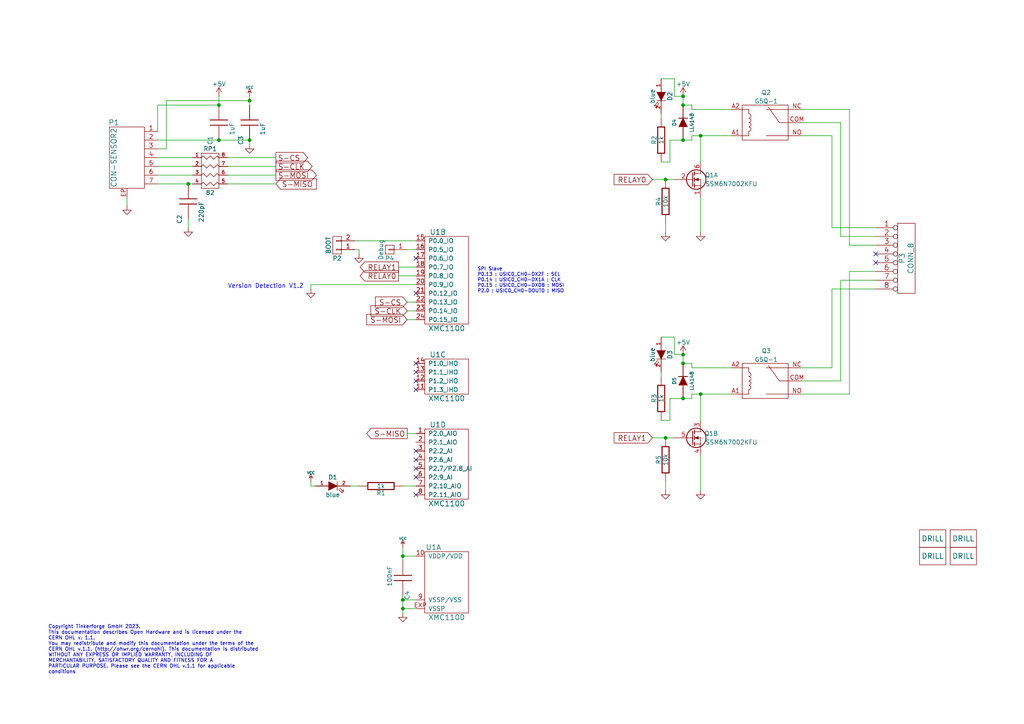
<source format=kicad_sch>
(kicad_sch (version 20211123) (generator eeschema)
  (paper "A4")
  (title_block (title "Industrial Dual Relay") (date "2023-01-24") (rev "1.2") (company "Tinkerforge GmbH") (comment 1 "Licensed under CERN OHL v.1.1") (comment 2 "Copyright (©) 2023, B.Nordmeyer <bastian@tinkerforge.com>"))
  (lib_symbols
    (symbol "tinkerforge:+5V" (power) (pin_names (offset 0))
      (property "Value" "+5V" (at 0 3.556 0))
      (symbol "+5V_0_1"
        (polyline (pts (xy -0.762 1.27) (xy 0 2.54)))
        (polyline (pts (xy 0 0) (xy 0 2.54)))
        (polyline (pts (xy 0 2.54) (xy 0.762 1.27)))
      )
      (symbol "+5V_1_1"
        (pin power_in line (at 0 0 90) (length 0) hide (name "+5V") (number "1"))
      )
    )
    (symbol "tinkerforge:C" (pin_numbers hide) (pin_names (offset 0.254))
      (property "Reference" "C" (at 1.27 2.54 0))
      (property "Value" "C" (at 1.27 -2.54 0))
      (symbol "C_0_1"
        (polyline (pts (xy -2.54 -0.762) (xy 2.54 -0.762)) (stroke (width 0.254)))
        (polyline (pts (xy -2.54 0.762) (xy 2.54 0.762)) (stroke (width 0.254)))
      )
      (symbol "C_1_1"
        (pin passive line (at 0 5.08 270) (length 4.318) (name "~") (number "1"))
        (pin passive line (at 0 -5.08 90) (length 4.318) (name "~") (number "2"))
      )
    )
    (symbol "tinkerforge:CON-SENSOR2" (pin_names (offset 1.016))
      (property "Reference" "P" (at -3.81 10.16 0))
      (property "Value" "CON-SENSOR2" (at 3.81 0 90))
      (symbol "CON-SENSOR2_0_1"
        (rectangle (start -5.08 8.89) (end 5.08 -8.89))
      )
      (symbol "CON-SENSOR2_1_1"
        (pin passive line (at -8.89 7.62 0) (length 3.81) (name "~") (number "1"))
        (pin passive line (at -8.89 5.08 0) (length 3.81) (name "~") (number "2"))
        (pin passive line (at -8.89 2.54 0) (length 3.81) (name "~") (number "3"))
        (pin passive line (at -8.89 0 0) (length 3.81) (name "~") (number "4"))
        (pin passive line (at -8.89 -2.54 0) (length 3.81) (name "~") (number "5"))
        (pin passive line (at -8.89 -5.08 0) (length 3.81) (name "~") (number "6"))
        (pin passive line (at -8.89 -7.62 0) (length 3.81) (name "~") (number "7"))
        (pin passive line (at 0 -11.43 90) (length 2.54) (name "~") (number "EP"))
      )
    )
    (symbol "tinkerforge:CONN_01X01" (pin_names (offset 1.016) hide)
      (property "Reference" "P" (at 0 2.54 0))
      (property "Value" "CONN_01X01" (at 2.54 0 90))
      (symbol "CONN_01X01_0_1"
        (rectangle (start -1.27 0.127) (end 0.254 -0.127))
        (rectangle (start -1.27 1.27) (end 1.27 -1.27))
      )
      (symbol "CONN_01X01_1_1"
        (pin passive line (at -5.08 0 0) (length 3.81) (name "P1") (number "1"))
      )
    )
    (symbol "tinkerforge:CONN_01X02" (pin_names (offset 1.016) hide)
      (property "Reference" "P" (at 0 3.81 0))
      (property "Value" "CONN_01X02" (at 2.54 0 90))
      (symbol "CONN_01X02_0_1"
        (rectangle (start -1.27 -1.143) (end 0.254 -1.397))
        (rectangle (start -1.27 1.397) (end 0.254 1.143))
        (rectangle (start -1.27 2.54) (end 1.27 -2.54))
      )
      (symbol "CONN_01X02_1_1"
        (pin passive line (at -5.08 1.27 0) (length 3.81) (name "P1") (number "1"))
        (pin passive line (at -5.08 -1.27 0) (length 3.81) (name "P2") (number "2"))
      )
    )
    (symbol "tinkerforge:CONN_8" (pin_names (offset 0.762) hide)
      (property "Reference" "P" (at -1.27 0 90))
      (property "Value" "CONN_8" (at 1.27 0 90))
      (symbol "CONN_8_0_1"
        (rectangle (start -2.54 10.16) (end 2.54 -10.16))
      )
      (symbol "CONN_8_1_1"
        (pin passive inverted (at -8.89 8.89 0) (length 6.35) (name "1") (number "1"))
        (pin passive inverted (at -8.89 6.35 0) (length 6.35) (name "2") (number "2"))
        (pin passive inverted (at -8.89 3.81 0) (length 6.35) (name "3") (number "3"))
        (pin passive inverted (at -8.89 1.27 0) (length 6.35) (name "4") (number "4"))
        (pin passive inverted (at -8.89 -1.27 0) (length 6.35) (name "5") (number "5"))
        (pin passive inverted (at -8.89 -3.81 0) (length 6.35) (name "6") (number "6"))
        (pin passive inverted (at -8.89 -6.35 0) (length 6.35) (name "~") (number "7"))
        (pin passive inverted (at -8.89 -8.89 0) (length 6.35) (name "~") (number "8"))
      )
    )
    (symbol "tinkerforge:DIODE" (pin_numbers hide) (pin_names (offset 1.016) hide)
      (property "Reference" "D" (at 0 2.54 0))
      (property "Value" "DIODE" (at 0 -2.54 0))
      (symbol "DIODE_0_1"
        (polyline (pts (xy 1.27 1.27) (xy 1.27 -1.27)) (stroke (width 0.254)))
        (polyline (pts (xy -1.27 1.27) (xy 1.27 0) (xy -1.27 -1.27)) (fill (type outline)))
      )
      (symbol "DIODE_1_1"
        (pin passive line (at -5.08 0 0) (length 3.81) (name "A") (number "1"))
        (pin passive line (at 5.08 0 180) (length 3.81) (name "K") (number "2"))
      )
    )
    (symbol "tinkerforge:DRILL" (pin_numbers hide) (pin_names (offset 0) hide)
      (property "Value" "DRILL" (at 0 0 0))
      (symbol "DRILL_0_1"
        (rectangle (start -3.81 2.54) (end 3.81 -2.54))
      )
    )
    (symbol "tinkerforge:DUAL_MOSFET_N_CH" (pin_names (offset 0) hide)
      (property "Reference" "Q" (at 7.62 1.27 0))
      (property "Value" "DUAL_MOSFET_N_CH" (at 22.86 -1.27 0))
      (symbol "DUAL_MOSFET_N_CH_0_1"
        (polyline (pts (xy 0.762 -1.778) (xy 2.54 -1.778)))
        (polyline (pts (xy 0.762 -1.27) (xy 0.762 -2.286)) (stroke (width 0.254)))
        (polyline (pts (xy 0.762 0) (xy 2.54 0)))
        (polyline (pts (xy 0.762 0.508) (xy 0.762 -0.508)) (stroke (width 0.254)))
        (polyline (pts (xy 0.762 1.778) (xy 2.54 1.778)))
        (polyline (pts (xy 0.762 2.286) (xy 0.762 1.27)) (stroke (width 0.254)))
        (polyline (pts (xy 2.54 -1.778) (xy 2.54 -2.54)))
        (polyline (pts (xy 2.54 -1.778) (xy 2.54 0)))
        (polyline (pts (xy 2.54 2.54) (xy 2.54 1.778)))
        (polyline (pts (xy 0.254 1.905) (xy 0.254 -1.905) (xy 0.254 -1.905)) (stroke (width 0.254)))
        (polyline (pts (xy 0.889 0) (xy 1.905 0.381) (xy 1.905 -0.381) (xy 0.889 0)) (fill (type outline)))
        (circle (center 1.27 0) (radius 2.8194) (stroke (width 0.254)))
      )
      (symbol "DUAL_MOSFET_N_CH_1_1"
        (pin passive line (at 2.54 -5.08 90) (length 2.54) (name "S1") (number "1"))
        (pin input line (at -5.08 0 0) (length 5.334) (name "G1") (number "2"))
        (pin passive line (at 2.54 5.08 270) (length 2.54) (name "D1") (number "6"))
      )
      (symbol "DUAL_MOSFET_N_CH_2_1"
        (pin passive line (at 2.54 5.08 270) (length 2.54) (name "D2") (number "3"))
        (pin passive line (at 2.54 -5.08 90) (length 2.54) (name "S2") (number "4"))
        (pin input line (at -5.08 0 0) (length 5.334) (name "G2") (number "5"))
      )
    )
    (symbol "tinkerforge:G5Q-1"
      (property "Reference" "Q" (at -0.635 6.35 0))
      (property "Value" "G5Q-1" (at 0 0.635 0))
      (symbol "G5Q-1_0_1"
        (rectangle (start -6.985 5.08) (end 6.35 -5.08) (stroke (width 0.1524)))
        (arc (start -5.0214 -2.54) (mid -4.4423 -1.905) (end -5.0214 -1.27) (stroke (width 0.1524)))
        (arc (start -5.0214 -1.27) (mid -4.4423 -0.635) (end -5.0214 0) (stroke (width 0.1524)))
        (arc (start -5.0214 0) (mid -4.4423 0.635) (end -5.0214 1.27) (stroke (width 0.1524)))
        (arc (start -5.0214 1.27) (mid -4.4423 1.905) (end -5.0214 2.54) (stroke (width 0.1524)))
        (polyline (pts (xy -7.62 -3.81) (xy -5.08 -3.81)) (stroke (width 0.1524)))
        (polyline (pts (xy -7.62 3.81) (xy -5.08 3.81)) (stroke (width 0.1524)))
        (polyline (pts (xy -5.08 -3.81) (xy -5.08 -2.54)) (stroke (width 0.1524)))
        (polyline (pts (xy -5.08 3.81) (xy -5.08 2.54)) (stroke (width 0.1524)))
        (polyline (pts (xy -5.08 3.81) (xy -5.08 3.81)) (stroke (width 0.1524)))
        (polyline (pts (xy 7.62 -3.81) (xy 0 -3.81)) (stroke (width 0.1524)))
        (polyline (pts (xy 7.62 3.81) (xy 0 3.81)) (stroke (width 0.1524)))
        (polyline (pts (xy 7.62 0) (xy 3.81 0) (xy 0.635 -4.445)) (stroke (width 0.1524)))
      )
      (symbol "G5Q-1_1_1"
        (pin input line (at -10.16 3.81 0) (length 2.54) (name "") (number "A1"))
        (pin input line (at -10.16 -3.81 0) (length 2.54) (name "") (number "A2"))
        (pin input line (at 10.16 0 180) (length 2.54) (name "") (number "COM"))
        (pin input line (at 10.16 -3.81 180) (length 2.54) (name "") (number "NC"))
        (pin input line (at 10.16 3.81 180) (length 2.54) (name "") (number "NO"))
      )
    )
    (symbol "tinkerforge:GND" (power) (pin_names (offset 0))
      (property "Value" "GND" (at 0 -5.08 0))
      (symbol "GND_0_1"
        (polyline (pts (xy 0 0) (xy 0 -1.27) (xy 1.27 -1.27) (xy 0 -2.54) (xy -1.27 -1.27) (xy 0 -1.27)))
      )
      (symbol "GND_1_1"
        (pin power_in line (at 0 0 270) (length 0) hide (name "GND") (number "1"))
      )
    )
    (symbol "tinkerforge:LED" (pin_names (offset 1.016) hide)
      (property "Reference" "D" (at 0 2.54 0))
      (property "Value" "LED" (at 0 -2.54 0))
      (symbol "LED_0_1"
        (polyline (pts (xy 1.27 1.27) (xy 1.27 -1.27)))
        (polyline (pts (xy -1.27 1.27) (xy 1.27 0) (xy -1.27 -1.27)) (fill (type outline)))
        (polyline (pts (xy 1.651 -1.016) (xy 2.794 -2.032) (xy 2.667 -1.397)))
        (polyline (pts (xy 2.032 -0.635) (xy 3.175 -1.651) (xy 3.048 -1.016)))
      )
      (symbol "LED_1_1"
        (pin passive line (at -5.08 0 0) (length 3.81) (name "A") (number "1"))
        (pin passive line (at 5.08 0 180) (length 3.81) (name "K") (number "2"))
      )
    )
    (symbol "tinkerforge:R" (pin_numbers hide) (pin_names (offset 0))
      (property "Reference" "R" (at 2.032 0 90))
      (property "Value" "R" (at 0 0 90))
      (symbol "R_0_1"
        (rectangle (start -1.016 3.81) (end 1.016 -3.81) (stroke (width 0.3048)))
      )
      (symbol "R_1_1"
        (pin passive line (at 0 6.35 270) (length 2.54) (name "~") (number "1"))
        (pin passive line (at 0 -6.35 90) (length 2.54) (name "~") (number "2"))
      )
    )
    (symbol "tinkerforge:R_PACK4" (pin_names hide)
      (property "Reference" "RP" (at 0 11.43 0))
      (property "Value" "R_PACK4" (at 0 -1.27 0))
      (symbol "R_PACK4_0_1"
        (polyline (pts (xy -2.54 10.16) (xy -2.54 0) (xy 2.54 0) (xy 2.54 10.16) (xy -2.54 10.16)))
        (polyline (pts (xy -2.54 1.27) (xy -2.032 1.778) (xy -1.016 0.762) (xy 0 1.778) (xy 1.016 0.762) (xy 2.032 1.778) (xy 2.54 1.27)))
        (polyline (pts (xy -2.54 3.81) (xy -2.032 4.318) (xy -1.016 3.302) (xy 0 4.318) (xy 1.016 3.302) (xy 2.032 4.318) (xy 2.54 3.81)))
        (polyline (pts (xy -2.54 6.35) (xy -2.032 6.858) (xy -1.016 5.842) (xy 0 6.858) (xy 1.016 5.842) (xy 2.032 6.858) (xy 2.54 6.35)))
        (polyline (pts (xy -2.54 8.89) (xy -2.032 9.398) (xy -1.016 8.382) (xy 0 9.398) (xy 1.016 8.382) (xy 2.032 9.398) (xy 2.54 8.89)))
      )
      (symbol "R_PACK4_1_1"
        (pin passive line (at -5.08 8.89 0) (length 2.54) (name "P1") (number "1"))
        (pin passive line (at -5.08 6.35 0) (length 2.54) (name "P2") (number "2"))
        (pin passive line (at -5.08 3.81 0) (length 2.54) (name "P3") (number "3"))
        (pin passive line (at -5.08 1.27 0) (length 2.54) (name "P4") (number "4"))
        (pin passive line (at 5.08 1.27 180) (length 2.54) (name "R4") (number "5"))
        (pin passive line (at 5.08 3.81 180) (length 2.54) (name "R3") (number "6"))
        (pin passive line (at 5.08 6.35 180) (length 2.54) (name "R2") (number "7"))
        (pin passive line (at 5.08 8.89 180) (length 2.54) (name "R1") (number "8"))
      )
    )
    (symbol "tinkerforge:VCC" (power) (pin_names (offset 0))
      (property "Value" "VCC" (at 0 3.175 0))
      (symbol "VCC_0_0"
        (pin power_in line (at 0 0 90) (length 0) hide (name "VCC") (number "1"))
      )
      (symbol "VCC_0_1"
        (polyline (pts (xy 0 1.524) (xy 0 0)))
        (polyline (pts (xy 0 1.524) (xy 0.508 1.016) (xy 0 2.286) (xy -0.508 1.016) (xy 0 1.524) (xy 0 1.524)))
      )
    )
    (symbol "tinkerforge:XMC1XXX24" (pin_names (offset 1.016))
      (property "Reference" "U" (at -3.81 15.24 0))
      (property "Value" "XMC1XXX24" (at 0 -16.51 0))
      (symbol "XMC1XXX24_1_1"
        (rectangle (start -6.35 8.89) (end 6.35 -8.89))
        (pin passive line (at -8.89 7.62 0) (length 2.54) (name "VDDP/VDD") (number "10"))
        (pin passive line (at -8.89 -5.08 0) (length 2.54) (name "VSSP/VSS") (number "9"))
        (pin passive line (at -8.89 -7.62 0) (length 2.54) (name "VSSP") (number "EXP"))
      )
      (symbol "XMC1XXX24_2_1"
        (rectangle (start -6.35 12.7) (end 6.35 -12.7))
        (pin passive line (at -8.89 11.43 0) (length 2.54) (name "P0.0_IO") (number "15"))
        (pin passive line (at -8.89 8.89 0) (length 2.54) (name "P0.5_IO") (number "16"))
        (pin passive line (at -8.89 6.35 0) (length 2.54) (name "P0.6_IO") (number "17"))
        (pin passive line (at -8.89 3.81 0) (length 2.54) (name "P0.7_IO") (number "18"))
        (pin passive line (at -8.89 1.27 0) (length 2.54) (name "P0.8_IO") (number "19"))
        (pin passive line (at -8.89 -1.27 0) (length 2.54) (name "P0.9_IO") (number "20"))
        (pin passive line (at -8.89 -3.81 0) (length 2.54) (name "P0.12_IO") (number "21"))
        (pin passive line (at -8.89 -6.35 0) (length 2.54) (name "P0.13_IO") (number "22"))
        (pin passive line (at -8.89 -8.89 0) (length 2.54) (name "P0.14_IO") (number "23"))
        (pin passive line (at -8.89 -11.43 0) (length 2.54) (name "P0.15_IO") (number "24"))
      )
      (symbol "XMC1XXX24_3_1"
        (rectangle (start -6.35 5.08) (end 6.35 -5.08))
        (pin passive line (at -8.89 -3.81 0) (length 2.54) (name "P1.3_IHO") (number "11"))
        (pin passive line (at -8.89 -1.27 0) (length 2.54) (name "P1.2_IHO") (number "12"))
        (pin passive line (at -8.89 1.27 0) (length 2.54) (name "P1.1_IHO") (number "13"))
        (pin passive line (at -8.89 3.81 0) (length 2.54) (name "P1.0_IHO") (number "14"))
      )
      (symbol "XMC1XXX24_4_1"
        (rectangle (start -6.35 10.16) (end 6.35 -10.16))
        (pin passive line (at -8.89 8.89 0) (length 2.54) (name "P2.0_AIO") (number "1"))
        (pin passive line (at -8.89 6.35 0) (length 2.54) (name "P2.1_AIO") (number "2"))
        (pin passive line (at -8.89 3.81 0) (length 2.54) (name "P2.2_AI") (number "3"))
        (pin passive line (at -8.89 1.27 0) (length 2.54) (name "P2.6_AI") (number "4"))
        (pin passive line (at -8.89 -1.27 0) (length 2.54) (name "P2.7/P2.8_AI") (number "5"))
        (pin passive line (at -8.89 -3.81 0) (length 2.54) (name "P2.9_AI") (number "6"))
        (pin passive line (at -8.89 -6.35 0) (length 2.54) (name "P2.10_AIO") (number "7"))
        (pin passive line (at -8.89 -8.89 0) (length 2.54) (name "P2.11_AIO") (number "8"))
      )
    )
  )
  (junction (at 116.84 173.99))
  (junction (at 193.04 52.07))
  (junction (at 198.12 105.41))
  (junction (at 54.61 53.34))
  (junction (at 198.12 40.64))
  (junction (at 116.84 176.53))
  (junction (at 63.5 40.64))
  (junction (at 63.5 30.48))
  (junction (at 72.39 40.64))
  (junction (at 198.12 30.48))
  (junction (at 193.04 127))
  (junction (at 203.2 114.3))
  (junction (at 116.84 161.29))
  (junction (at 203.2 39.37))
  (junction (at 198.12 27.94))
  (junction (at 198.12 115.57))
  (junction (at 72.39 29.21))
  (junction (at 198.12 102.87))
  (no_connect (at 120.65 107.95))
  (no_connect (at 254 73.66))
  (no_connect (at 120.65 110.49))
  (no_connect (at 120.65 138.43))
  (no_connect (at 120.65 74.93))
  (no_connect (at 254 76.2))
  (no_connect (at 120.65 113.03))
  (no_connect (at 120.65 105.41))
  (no_connect (at 120.65 130.81))
  (no_connect (at 120.65 85.09))
  (no_connect (at 120.65 135.89))
  (no_connect (at 120.65 133.35))
  (no_connect (at 120.65 143.51))
  (wire (pts (xy 72.39 40.64) (xy 72.39 41.91)))
  (wire (pts (xy 241.3 83.82) (xy 241.3 106.68)))
  (wire (pts (xy 198.12 40.64) (xy 200.66 40.64)))
  (wire (pts (xy 254 68.58) (xy 243.84 68.58)))
  (wire (pts (xy 104.14 72.39) (xy 104.14 73.66)))
  (wire (pts (xy 254 71.12) (xy 246.38 71.12)))
  (wire (pts (xy 200.66 106.68) (xy 212.09 106.68)))
  (wire (pts (xy 198.12 105.41) (xy 198.12 102.87)))
  (wire (pts (xy 72.39 27.94) (xy 72.39 29.21)))
  (wire (pts (xy 63.5 27.94) (xy 63.5 30.48)))
  (wire (pts (xy 118.11 87.63) (xy 120.65 87.63)))
  (wire (pts (xy 80.01 48.26) (xy 66.04 48.26)))
  (wire (pts (xy 36.83 59.69) (xy 36.83 57.15)))
  (wire (pts (xy 198.12 115.57) (xy 200.66 115.57)))
  (wire (pts (xy 120.65 92.71) (xy 118.11 92.71)))
  (wire (pts (xy 102.87 72.39) (xy 104.14 72.39)))
  (wire (pts (xy 63.5 30.48) (xy 45.72 30.48)))
  (wire (pts (xy 116.84 176.53) (xy 116.84 177.8)))
  (wire (pts (xy 200.66 30.48) (xy 198.12 30.48)))
  (wire (pts (xy 232.41 106.68) (xy 241.3 106.68)))
  (wire (pts (xy 200.66 115.57) (xy 200.66 114.3)))
  (wire (pts (xy 45.72 48.26) (xy 55.88 48.26)))
  (wire (pts (xy 203.2 121.92) (xy 203.2 114.3)))
  (wire (pts (xy 115.57 80.01) (xy 120.65 80.01)))
  (wire (pts (xy 48.26 29.21) (xy 72.39 29.21)))
  (wire (pts (xy 200.66 114.3) (xy 203.2 114.3)))
  (wire (pts (xy 200.66 31.75) (xy 200.66 30.48)))
  (wire (pts (xy 191.77 109.22) (xy 191.77 107.95)))
  (wire (pts (xy 118.11 72.39) (xy 120.65 72.39)))
  (wire (pts (xy 191.77 97.79) (xy 195.58 97.79)))
  (wire (pts (xy 120.65 82.55) (xy 90.17 82.55)))
  (wire (pts (xy 116.84 173.99) (xy 116.84 176.53)))
  (wire (pts (xy 200.66 105.41) (xy 198.12 105.41)))
  (wire (pts (xy 243.84 110.49) (xy 232.41 110.49)))
  (wire (pts (xy 90.17 82.55) (xy 90.17 83.82)))
  (wire (pts (xy 203.2 46.99) (xy 203.2 39.37)))
  (wire (pts (xy 203.2 39.37) (xy 212.09 39.37)))
  (wire (pts (xy 200.66 40.64) (xy 200.66 39.37)))
  (wire (pts (xy 193.04 127) (xy 195.58 127)))
  (wire (pts (xy 66.04 50.8) (xy 80.01 50.8)))
  (wire (pts (xy 203.2 57.15) (xy 203.2 67.31)))
  (wire (pts (xy 116.84 158.75) (xy 116.84 161.29)))
  (wire (pts (xy 243.84 81.28) (xy 243.84 110.49)))
  (wire (pts (xy 194.31 46.99) (xy 194.31 40.64)))
  (wire (pts (xy 246.38 78.74) (xy 246.38 114.3)))
  (wire (pts (xy 254 78.74) (xy 246.38 78.74)))
  (wire (pts (xy 189.23 127) (xy 193.04 127)))
  (wire (pts (xy 246.38 71.12) (xy 246.38 31.75)))
  (wire (pts (xy 54.61 63.5) (xy 54.61 66.04)))
  (wire (pts (xy 195.58 102.87) (xy 198.12 102.87)))
  (wire (pts (xy 195.58 97.79) (xy 195.58 102.87)))
  (wire (pts (xy 116.84 161.29) (xy 116.84 162.56)))
  (wire (pts (xy 48.26 43.18) (xy 48.26 29.21)))
  (wire (pts (xy 254 66.04) (xy 241.3 66.04)))
  (wire (pts (xy 118.11 125.73) (xy 120.65 125.73)))
  (wire (pts (xy 191.77 121.92) (xy 194.31 121.92)))
  (wire (pts (xy 45.72 53.34) (xy 54.61 53.34)))
  (wire (pts (xy 45.72 30.48) (xy 45.72 38.1)))
  (wire (pts (xy 116.84 172.72) (xy 116.84 173.99)))
  (wire (pts (xy 193.04 142.24) (xy 193.04 139.7)))
  (wire (pts (xy 63.5 40.64) (xy 72.39 40.64)))
  (wire (pts (xy 90.17 140.97) (xy 90.17 139.7)))
  (wire (pts (xy 193.04 67.31) (xy 193.04 64.77)))
  (wire (pts (xy 191.77 34.29) (xy 191.77 33.02)))
  (wire (pts (xy 194.31 121.92) (xy 194.31 115.57)))
  (wire (pts (xy 198.12 30.48) (xy 198.12 27.94)))
  (wire (pts (xy 116.84 140.97) (xy 120.65 140.97)))
  (wire (pts (xy 195.58 22.86) (xy 191.77 22.86)))
  (wire (pts (xy 72.39 29.21) (xy 72.39 30.48)))
  (wire (pts (xy 203.2 114.3) (xy 212.09 114.3)))
  (wire (pts (xy 104.14 140.97) (xy 101.6 140.97)))
  (wire (pts (xy 200.66 106.68) (xy 200.66 105.41)))
  (wire (pts (xy 45.72 40.64) (xy 63.5 40.64)))
  (wire (pts (xy 120.65 173.99) (xy 116.84 173.99)))
  (wire (pts (xy 254 83.82) (xy 241.3 83.82)))
  (wire (pts (xy 189.23 52.07) (xy 193.04 52.07)))
  (wire (pts (xy 232.41 39.37) (xy 241.3 39.37)))
  (wire (pts (xy 193.04 52.07) (xy 195.58 52.07)))
  (wire (pts (xy 45.72 50.8) (xy 55.88 50.8)))
  (wire (pts (xy 120.65 90.17) (xy 118.11 90.17)))
  (wire (pts (xy 232.41 31.75) (xy 246.38 31.75)))
  (wire (pts (xy 241.3 39.37) (xy 241.3 66.04)))
  (wire (pts (xy 102.87 69.85) (xy 120.65 69.85)))
  (wire (pts (xy 200.66 39.37) (xy 203.2 39.37)))
  (wire (pts (xy 232.41 114.3) (xy 246.38 114.3)))
  (wire (pts (xy 116.84 176.53) (xy 120.65 176.53)))
  (wire (pts (xy 195.58 27.94) (xy 195.58 22.86)))
  (wire (pts (xy 80.01 53.34) (xy 66.04 53.34)))
  (wire (pts (xy 115.57 77.47) (xy 120.65 77.47)))
  (wire (pts (xy 91.44 140.97) (xy 90.17 140.97)))
  (wire (pts (xy 203.2 132.08) (xy 203.2 142.24)))
  (wire (pts (xy 45.72 43.18) (xy 48.26 43.18)))
  (wire (pts (xy 45.72 45.72) (xy 55.88 45.72)))
  (wire (pts (xy 254 81.28) (xy 243.84 81.28)))
  (wire (pts (xy 66.04 45.72) (xy 80.01 45.72)))
  (wire (pts (xy 194.31 40.64) (xy 198.12 40.64)))
  (wire (pts (xy 54.61 53.34) (xy 55.88 53.34)))
  (wire (pts (xy 194.31 115.57) (xy 198.12 115.57)))
  (wire (pts (xy 232.41 35.56) (xy 243.84 35.56)))
  (wire (pts (xy 243.84 68.58) (xy 243.84 35.56)))
  (wire (pts (xy 198.12 27.94) (xy 195.58 27.94)))
  (wire (pts (xy 191.77 46.99) (xy 194.31 46.99)))
  (wire (pts (xy 116.84 161.29) (xy 120.65 161.29)))
  (wire (pts (xy 200.66 31.75) (xy 212.09 31.75)))
  (text "Copyright Tinkerforge GmbH 2023.\nThis documentation describes Open Hardware and is licensed under the\nCERN OHL v. 1.1.\nYou may redistribute and modify this documentation under the terms of the\nCERN OHL v.1.1. (http://ohwr.org/cernohl). This documentation is distributed\nWITHOUT ANY EXPRESS OR IMPLIED WARRANTY, INCLUDING OF\nMERCHANTABILITY, SATISFACTORY QUALITY AND FITNESS FOR A\nPARTICULAR PURPOSE. Please see the CERN OHL v.1.1 for applicable\nconditions\n" (at 13.97 195.58 0) (effects (font (size 1.016 1.016)) (justify left bottom)))
  (text "SPI Slave\nP0.13 : USIC0_CH0-DX2F : SEL\nP0.14 : USIC0_CH0-DX1A : CLK\nP0.15 : USIC0_CH0-DX0B : MOSI\nP2.0 : USIC0_CH0-DOUT0 : MISO" (at 138.43 85.09 0) (effects (font (size 0.9906 0.9906)) (justify left bottom)))
  (text "Version Detection V1.2" (at 66.04 83.82 0) (effects (font (size 1.27 1.27)) (justify left bottom)))
  (global_label "S-CLK" (shape input) (at 118.11 90.17 180) (effects (font (size 1.524 1.524))) (property "Intersheet References" "${INTERSHEET_REFS}" (effects hide)))
  (global_label "S-MISO" (shape input) (at 80.01 53.34 0) (effects (font (size 1.524 1.524))) (property "Intersheet References" "${INTERSHEET_REFS}" (effects hide)))
  (global_label "RELAY1" (shape input) (at 189.23 127 180) (effects (font (size 1.524 1.524))) (property "Intersheet References" "${INTERSHEET_REFS}" (effects hide)))
  (global_label "S-MOSI" (shape input) (at 118.11 92.71 180) (effects (font (size 1.524 1.524))) (property "Intersheet References" "${INTERSHEET_REFS}" (effects hide)))
  (global_label "S-MISO" (shape output) (at 118.11 125.73 180) (effects (font (size 1.524 1.524))) (property "Intersheet References" "${INTERSHEET_REFS}" (effects hide)))
  (global_label "S-CS" (shape output) (at 80.01 45.72 0) (effects (font (size 1.524 1.524))) (property "Intersheet References" "${INTERSHEET_REFS}" (effects hide)))
  (global_label "S-MOSI" (shape output) (at 80.01 50.8 0) (effects (font (size 1.524 1.524))) (property "Intersheet References" "${INTERSHEET_REFS}" (effects hide)))
  (global_label "RELAY0" (shape output) (at 115.57 80.01 180) (effects (font (size 1.524 1.524))) (property "Intersheet References" "${INTERSHEET_REFS}" (effects hide)))
  (global_label "S-CS" (shape input) (at 118.11 87.63 180) (effects (font (size 1.524 1.524))) (property "Intersheet References" "${INTERSHEET_REFS}" (effects hide)))
  (global_label "S-CLK" (shape output) (at 80.01 48.26 0) (effects (font (size 1.524 1.524))) (property "Intersheet References" "${INTERSHEET_REFS}" (effects hide)))
  (global_label "RELAY1" (shape output) (at 115.57 77.47 180) (effects (font (size 1.524 1.524))) (property "Intersheet References" "${INTERSHEET_REFS}" (effects hide)))
  (global_label "RELAY0" (shape input) (at 189.23 52.07 180) (effects (font (size 1.524 1.524))) (property "Intersheet References" "${INTERSHEET_REFS}" (effects hide)))
  (symbol (lib_id "tinkerforge:CON-SENSOR2") (at 36.83 45.72 0) (mirror y) (unit 1)
    (property "Reference" "P1" (at 33.02 35.56 0) (effects (font (size 1.524 1.524))))
    (property "Value" "CON-SENSOR2" (at 33.02 45.72 90) (effects (font (size 1.524 1.524))))
    (property "Footprint" "kicad-libraries:CON-SENSOR2" (effects hide))
  )
  (symbol (lib_id "tinkerforge:GND") (at 36.83 59.69 0) (unit 1)
    (property "Reference" "#PWR02" (effects hide))
    (property "Value" "GND" (effects hide))
  )
  (symbol (lib_id "tinkerforge:VCC") (at 72.39 27.94 0) (unit 1)
    (property "Reference" "#PWR01" (effects hide))
    (property "Value" "VCC" (at 72.39 25.4 0) (effects (font (size 0.762 0.762))))
  )
  (symbol (lib_id "tinkerforge:DRILL") (at 279.4 156.21 0) (unit 1)
    (property "Reference" "U6" (effects hide))
    (property "Value" "DRILL" (at 279.4 156.21 0) (effects (font (size 1.524 1.524))))
    (property "Footprint" "kicad-libraries:DRILL_NP" (effects hide))
  )
  (symbol (lib_id "tinkerforge:DRILL") (at 279.4 161.29 0) (unit 1)
    (property "Reference" "U7" (effects hide))
    (property "Value" "DRILL" (at 279.4 161.29 0) (effects (font (size 1.524 1.524))))
    (property "Footprint" "kicad-libraries:DRILL_NP" (effects hide))
  )
  (symbol (lib_id "tinkerforge:DRILL") (at 270.51 161.29 0) (unit 1)
    (property "Reference" "U5" (effects hide))
    (property "Value" "DRILL" (at 270.51 161.29 0) (effects (font (size 1.524 1.524))))
    (property "Footprint" "kicad-libraries:DRILL_NP" (effects hide))
  )
  (symbol (lib_id "tinkerforge:DRILL") (at 270.51 156.21 0) (unit 1)
    (property "Reference" "U4" (effects hide))
    (property "Value" "DRILL" (at 270.51 156.21 0) (effects (font (size 1.524 1.524))))
    (property "Footprint" "kicad-libraries:DRILL_NP" (effects hide))
  )
  (symbol (lib_id "tinkerforge:C") (at 72.39 35.56 180) (unit 1)
    (property "Reference" "C3" (at 69.85 39.37 90) (effects (justify left)))
    (property "Value" "1uF" (at 76.2 35.56 90) (effects (justify left)))
    (property "Footprint" "kicad-libraries:C0603F" (effects hide))
  )
  (symbol (lib_id "tinkerforge:GND") (at 72.39 41.91 0) (unit 1)
    (property "Reference" "#PWR03" (effects hide))
    (property "Value" "GND" (effects hide))
  )
  (symbol (lib_id "tinkerforge:C") (at 116.84 167.64 0) (unit 1)
    (property "Reference" "C4" (at 118.11 173.99 90) (effects (justify left)))
    (property "Value" "100nF" (at 113.03 170.18 90) (effects (justify left)))
    (property "Footprint" "kicad-libraries:C0603F" (effects hide))
  )
  (symbol (lib_id "tinkerforge:VCC") (at 116.84 158.75 0) (unit 1)
    (property "Reference" "#PWR04" (effects hide))
    (property "Value" "VCC" (at 116.84 156.21 0) (effects (font (size 0.762 0.762))))
  )
  (symbol (lib_id "tinkerforge:GND") (at 116.84 177.8 0) (unit 1)
    (property "Reference" "#PWR05" (effects hide))
    (property "Value" "GND" (effects hide))
  )
  (symbol (lib_id "tinkerforge:LED") (at 96.52 140.97 0) (unit 1)
    (property "Reference" "D1" (at 96.52 138.43 0))
    (property "Value" "blue" (at 96.52 143.51 0))
    (property "Footprint" "kicad-libraries:D0603E" (effects hide))
  )
  (symbol (lib_id "tinkerforge:CONN_01X02") (at 97.79 71.12 180) (unit 1)
    (property "Reference" "P2" (at 97.79 74.93 0))
    (property "Value" "BOOT" (at 95.25 71.12 90))
    (property "Footprint" "kicad-libraries:SolderJumper" (effects hide))
  )
  (symbol (lib_id "tinkerforge:VCC") (at 90.17 139.7 0) (unit 1)
    (property "Reference" "#PWR06" (effects hide))
    (property "Value" "VCC" (at 90.17 137.16 0) (effects (font (size 0.762 0.762))))
  )
  (symbol (lib_id "tinkerforge:GND") (at 104.14 73.66 0) (unit 1)
    (property "Reference" "#PWR07" (effects hide))
    (property "Value" "GND" (effects hide))
  )
  (symbol (lib_id "tinkerforge:R") (at 110.49 140.97 270) (unit 1)
    (property "Reference" "R1" (at 110.49 143.002 90))
    (property "Value" "1k" (at 110.49 140.97 90))
    (property "Footprint" "kicad-libraries:R0603F" (effects hide))
  )
  (symbol (lib_id "tinkerforge:XMC1XXX24") (at 129.54 109.22 0) (unit 3)
    (property "Reference" "U1" (at 127 102.87 0) (effects (font (size 1.524 1.524))))
    (property "Value" "XMC1100" (at 129.54 115.57 0) (effects (font (size 1.524 1.524))))
    (property "Footprint" "kicad-libraries:QFN24-4x4mm-0.5mm" (effects hide))
  )
  (symbol (lib_id "tinkerforge:XMC1XXX24") (at 129.54 81.28 0) (unit 2)
    (property "Reference" "U1" (at 127 67.31 0) (effects (font (size 1.524 1.524))))
    (property "Value" "XMC1100" (at 129.54 95.25 0) (effects (font (size 1.524 1.524))))
    (property "Footprint" "kicad-libraries:QFN24-4x4mm-0.5mm" (effects hide))
  )
  (symbol (lib_id "tinkerforge:XMC1XXX24") (at 129.54 134.62 0) (unit 4)
    (property "Reference" "U1" (at 127 123.19 0) (effects (font (size 1.524 1.524))))
    (property "Value" "XMC1100" (at 129.54 146.05 0) (effects (font (size 1.524 1.524))))
    (property "Footprint" "kicad-libraries:QFN24-4x4mm-0.5mm" (effects hide))
  )
  (symbol (lib_id "tinkerforge:XMC1XXX24") (at 129.54 168.91 0) (unit 1)
    (property "Reference" "U1" (at 125.73 158.75 0) (effects (font (size 1.524 1.524))))
    (property "Value" "XMC1100" (at 129.54 179.07 0) (effects (font (size 1.524 1.524))))
    (property "Footprint" "kicad-libraries:QFN24-4x4mm-0.5mm" (effects hide))
  )
  (symbol (lib_id "tinkerforge:GND") (at 203.2 142.24 0) (unit 1)
    (property "Reference" "#PWR08" (effects hide))
    (property "Value" "GND" (effects hide))
  )
  (symbol (lib_id "tinkerforge:DIODE") (at 198.12 110.49 90) (unit 1)
    (property "Reference" "D5" (at 195.58 110.49 0) (effects (font (size 1.016 1.016))))
    (property "Value" "LL4148" (at 200.66 110.49 0) (effects (font (size 1.016 1.016))))
    (property "Footprint" "kicad-libraries:MiniMelf" (effects hide))
  )
  (symbol (lib_id "tinkerforge:+5V") (at 63.5 27.94 0) (unit 1)
    (property "Reference" "#PWR09" (effects hide))
    (property "Value" "+5V" (at 63.5 24.384 0))
  )
  (symbol (lib_id "tinkerforge:+5V") (at 198.12 102.87 0) (unit 1)
    (property "Reference" "#PWR010" (effects hide))
    (property "Value" "+5V" (at 198.12 99.314 0))
  )
  (symbol (lib_id "tinkerforge:R") (at 193.04 133.35 180) (unit 1)
    (property "Reference" "R5" (at 191.008 133.35 90))
    (property "Value" "10k" (at 193.04 133.35 90))
    (property "Footprint" "kicad-libraries:R0402F" (effects hide))
  )
  (symbol (lib_id "tinkerforge:GND") (at 193.04 142.24 0) (unit 1)
    (property "Reference" "#PWR011" (effects hide))
    (property "Value" "GND" (effects hide))
  )
  (symbol (lib_id "tinkerforge:GND") (at 203.2 67.31 0) (unit 1)
    (property "Reference" "#PWR012" (effects hide))
    (property "Value" "GND" (effects hide))
  )
  (symbol (lib_id "tinkerforge:+5V") (at 198.12 27.94 0) (unit 1)
    (property "Reference" "#PWR013" (effects hide))
    (property "Value" "+5V" (at 198.12 24.384 0))
  )
  (symbol (lib_id "tinkerforge:R") (at 193.04 58.42 180) (unit 1)
    (property "Reference" "R4" (at 191.008 58.42 90))
    (property "Value" "10k" (at 193.04 58.42 90))
    (property "Footprint" "kicad-libraries:R0402F" (effects hide))
  )
  (symbol (lib_id "tinkerforge:GND") (at 193.04 67.31 0) (unit 1)
    (property "Reference" "#PWR014" (effects hide))
    (property "Value" "GND" (effects hide))
  )
  (symbol (lib_id "tinkerforge:R_PACK4") (at 60.96 54.61 0) (unit 1)
    (property "Reference" "RP1" (at 60.96 43.18 0))
    (property "Value" "82" (at 60.96 55.88 0))
    (property "Footprint" "kicad-libraries:4X0402" (effects hide))
  )
  (symbol (lib_id "tinkerforge:C") (at 54.61 58.42 180) (unit 1)
    (property "Reference" "C2" (at 52.07 62.23 90) (effects (justify left)))
    (property "Value" "220pF" (at 58.42 58.42 90) (effects (justify left)))
    (property "Footprint" "kicad-libraries:C0402F" (effects hide))
  )
  (symbol (lib_id "tinkerforge:GND") (at 54.61 66.04 0) (unit 1)
    (property "Reference" "#PWR015" (effects hide))
    (property "Value" "GND" (effects hide))
  )
  (symbol (lib_id "tinkerforge:DIODE") (at 198.12 35.56 90) (unit 1)
    (property "Reference" "D4" (at 195.58 35.56 0) (effects (font (size 1.016 1.016))))
    (property "Value" "LL4148" (at 200.66 35.56 0) (effects (font (size 1.016 1.016))))
    (property "Footprint" "kicad-libraries:MiniMelf" (effects hide))
  )
  (symbol (lib_id "tinkerforge:LED") (at 191.77 27.94 270) (unit 1)
    (property "Reference" "D2" (at 194.31 27.94 0))
    (property "Value" "blue" (at 189.23 27.94 0))
    (property "Footprint" "kicad-libraries:D0603E" (effects hide))
  )
  (symbol (lib_id "tinkerforge:R") (at 191.77 40.64 180) (unit 1)
    (property "Reference" "R2" (at 189.738 40.64 90))
    (property "Value" "1k" (at 191.77 40.64 90))
    (property "Footprint" "kicad-libraries:R0603F" (effects hide))
  )
  (symbol (lib_id "tinkerforge:LED") (at 191.77 102.87 270) (unit 1)
    (property "Reference" "D3" (at 194.31 102.87 0))
    (property "Value" "blue" (at 189.23 102.87 0))
    (property "Footprint" "kicad-libraries:D0603E" (effects hide))
  )
  (symbol (lib_id "tinkerforge:R") (at 191.77 115.57 180) (unit 1)
    (property "Reference" "R3" (at 189.738 115.57 90))
    (property "Value" "1k" (at 191.77 115.57 90))
    (property "Footprint" "kicad-libraries:R0603F" (effects hide))
  )
  (symbol (lib_id "tinkerforge:CONN_8") (at 262.89 74.93 0) (unit 1)
    (property "Reference" "P3" (at 261.62 74.93 90) (effects (font (size 1.524 1.524))))
    (property "Value" "CONN_8" (at 264.16 74.93 90) (effects (font (size 1.524 1.524))))
    (property "Footprint" "kicad-libraries:OQ_8P_230V" (effects hide))
  )
  (symbol (lib_id "tinkerforge:DUAL_MOSFET_N_CH") (at 200.66 52.07 0) (unit 1)
    (property "Reference" "Q1" (at 208.28 50.8 0) (effects (justify right)))
    (property "Value" "SSM6N7002KFU" (at 219.71 53.34 0) (effects (justify right)))
    (property "Footprint" "kicad-libraries:SOT363" (effects hide))
  )
  (symbol (lib_id "tinkerforge:DUAL_MOSFET_N_CH") (at 200.66 127 0) (unit 2)
    (property "Reference" "Q1" (at 208.28 125.73 0) (effects (justify right)))
    (property "Value" "SSM6N7002KFU" (at 219.71 128.27 0) (effects (justify right)))
    (property "Footprint" "kicad-libraries:SOT363" (effects hide))
  )
  (symbol (lib_id "tinkerforge:C") (at 63.5 35.56 180) (unit 1)
    (property "Reference" "C1" (at 60.96 39.37 90) (effects (justify left)))
    (property "Value" "1uF" (at 67.31 35.56 90) (effects (justify left)))
    (property "Footprint" "kicad-libraries:C0603F" (effects hide))
  )
  (symbol (lib_id "tinkerforge:CONN_01X01") (at 113.03 72.39 180) (unit 1)
    (property "Reference" "P4" (at 113.03 74.93 0))
    (property "Value" "Debug" (at 110.49 72.39 90))
    (property "Footprint" "kicad-libraries:DEBUG_PAD" (effects hide))
  )
  (symbol (lib_id "tinkerforge:GND") (at 90.17 83.82 0) (unit 1)
    (property "Reference" "#PWR0101" (effects hide))
    (property "Value" "GND" (effects hide))
  )
  (symbol (lib_id "tinkerforge:G5Q-1") (at 222.25 110.49 0) (mirror x) (unit 1)
    (property "Reference" "Q3" (at 222.25 101.761 0))
    (property "Value" "G5Q-1" (at 222.25 104.2979 0))
    (property "Footprint" "kicad-libraries:G5Q-1" (effects hide))
  )
  (symbol (lib_id "tinkerforge:G5Q-1") (at 222.25 35.56 0) (mirror x) (unit 1)
    (property "Reference" "Q2" (at 222.25 26.831 0))
    (property "Value" "G5Q-1" (at 222.25 29.3679 0))
    (property "Footprint" "kicad-libraries:G5Q-1" (effects hide))
  )
)
</source>
